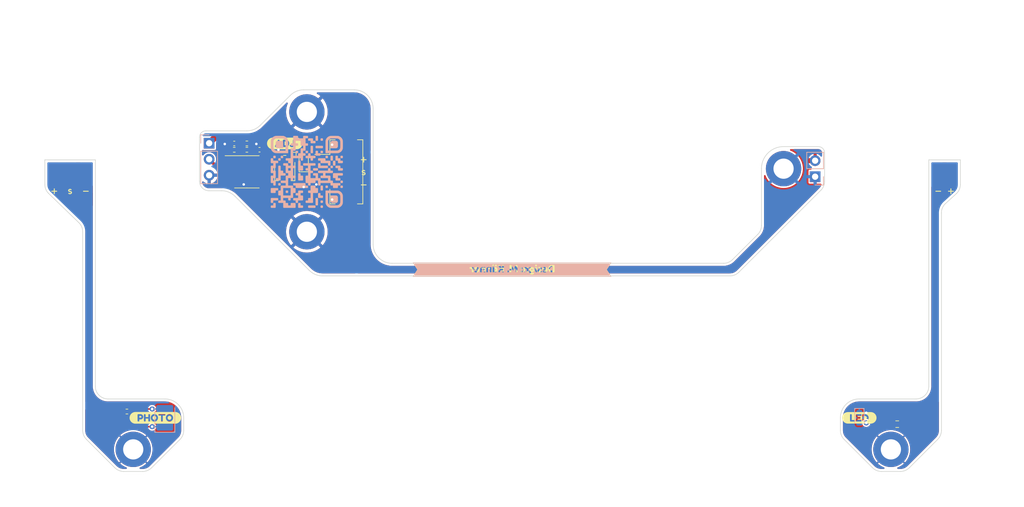
<source format=kicad_pcb>
(kicad_pcb (version 20221018) (generator pcbnew)
  (title_block (title "Verleihnix") (date "2022-10-27") (rev "2") (company "luhbots"))
  (layers (0 "F.Cu" signal) (31 "B.Cu" signal) (34 "B.Paste" user) (35 "F.Paste" user) (36 "B.SilkS" user "B.Silkscreen") (37 "F.SilkS" user "F.Silkscreen") (38 "B.Mask" user) (39 "F.Mask" user) (44 "Edge.Cuts" user))
  (net 0 "")
  (net 1 "/FILTERED")
  (net 2 "GND")
  (net 3 "/PHOTO_P")
  (net 4 "/PHOTO_SENSE")
  (net 5 "/LED_N")
  (net 6 "Net-(D2-Pad2)")
  (net 7 "/SENSE")
  (net 8 "+5V")
  (net 9 "/PHOTO_N")
  (net 10 "/OUT_3V3")
  (net 11 "/LED_P")
  (net 12 "/BUFFERED")
  (net 13 "/SIGNAL")
  (net 14 "/OUT")
  (net 15 "/SETPOINT")
  (footprint "Capacitor_SMD:C_0402_1005Metric" (layer "F.Cu") (at 110 84.5 180)
    (fp_text reference "C2" hide)
    (fp_text value "100n")
    (pad "1" smd roundrect (at -0.48 0 180) (size 0.56 0.62) (layers "F.Cu" "F.Paste" "F.Mask") (net 8 "+5V"))
    (pad "2" smd roundrect (at 0.48 0 180) (size 0.56 0.62) (layers "F.Cu" "F.Paste" "F.Mask") (net 2 "GND"))
  )
  (footprint "Resistor_SMD:R_0603_1608Metric" (layer "F.Cu") (at 211 128 180)
    (fp_text reference "R7" hide)
    (fp_text value "180R")
    (pad "1" smd roundrect (at -0.825 0 180) (size 0.8 0.95) (layers "F.Cu" "F.Paste" "F.Mask") (net 11 "/LED_P"))
    (pad "2" smd roundrect (at 0.825 0 180) (size 0.8 0.95) (layers "F.Cu" "F.Paste" "F.Mask") (net 6 "Net-(D2-Pad2)"))
  )
  (footprint "Lichtschranke:Pinheader_P2.54_01x02_Horizontal" (layer "F.Cu") (at 218.5 88.1)
    (fp_text reference "J5" hide)
    (fp_text value "Conn_01x02_Male")
    (pad "1" smd rect (at -1.27 0.2 90) (size 3.5 1.27) (layers "F.Cu" "F.Paste" "F.Mask") (net 5 "/LED_N"))
    (pad "2" smd rect (at 1.27 0.2 90) (size 3.5 1.27) (layers "F.Cu" "F.Paste" "F.Mask") (net 11 "/LED_P"))
  )
  (footprint "Resistor_SMD:R_0402_1005Metric" (layer "F.Cu") (at 106 84.5)
    (fp_text reference "R2" hide)
    (fp_text value "1k")
    (pad "1" smd roundrect (at -0.51 0) (size 0.54 0.64) (layers "F.Cu" "F.Paste" "F.Mask") (net 12 "/BUFFERED"))
    (pad "2" smd roundrect (at 0.51 0) (size 0.54 0.64) (layers "F.Cu" "F.Paste" "F.Mask") (net 1 "/FILTERED"))
  )
  (footprint "Resistor_SMD:R_0402_1005Metric" (layer "F.Cu") (at 108 83.5)
    (fp_text reference "R3" hide)
    (fp_text value "1k")
    (pad "1" smd roundrect (at -0.51 0) (size 0.54 0.64) (layers "F.Cu" "F.Paste" "F.Mask") (net 1 "/FILTERED"))
    (pad "2" smd roundrect (at 0.51 0) (size 0.54 0.64) (layers "F.Cu" "F.Paste" "F.Mask") (net 13 "/SIGNAL"))
  )
  (footprint "Lichtschranke:Pinheader_P2.54_01x03_Horizontal" (layer "F.Cu") (at 80 88.1)
    (fp_text reference "J2" hide)
    (fp_text value "Conn_01x03_Male")
    (pad "1" smd rect (at -2.54 0.2 90) (size 3.5 1.27) (layers "F.Cu" "F.Paste" "F.Mask") (net 3 "/PHOTO_P"))
    (pad "2" smd rect (at 0 0.2 90) (size 3.5 1.27) (layers "F.Cu" "F.Paste" "F.Mask") (net 4 "/PHOTO_SENSE"))
    (pad "3" smd rect (at 2.54 0.2 90) (size 3.5 1.27) (layers "F.Cu" "F.Paste" "F.Mask") (net 9 "/PHOTO_N"))
  )
  (footprint "LED_SMD:LED_0603_1608Metric" (layer "F.Cu") (at 117 86.5 90)
    (fp_text reference "D3" hide)
    (fp_text value "LED_GREEN")
    (pad "1" smd roundrect (at -0.7875 0 90) (size 0.875 0.95) (layers "F.Cu" "F.Paste" "F.Mask") (net 10 "/OUT_3V3"))
    (pad "2" smd roundrect (at 0.7875 0 90) (size 0.875 0.95) (layers "F.Cu" "F.Paste" "F.Mask") (net 14 "/OUT"))
  )
  (footprint "kibuzzard-635AD93F" (layer "F.Cu") (at 205 127)
    (fp_text reference "kibuzzard-635AD93F" hide)
    (fp_text value "G***" hide)
  )
  (footprint "kibuzzard-635AD9F8" (layer "F.Cu") (at 114 83.5)
    (fp_text reference "kibuzzard-635AD9F8" hide)
    (fp_text value "G***" hide)
  )
  (footprint "Package_SO:SOIC-8_3.9x4.9mm_P1.27mm" (layer "F.Cu") (at 108 88)
    (fp_text reference "U1" hide)
    (fp_text value "Opamp_Dual")
    (pad "1" smd roundrect (at -2.475 -1.905) (size 1.95 0.6) (layers "F.Cu" "F.Paste" "F.Mask") (net 12 "/BUFFERED"))
    (pad "2" smd roundrect (at -2.475 -0.635) (size 1.95 0.6) (layers "F.Cu" "F.Paste" "F.Mask") (net 12 "/BUFFERED"))
    (pad "3" smd roundrect (at -2.475 0.635) (size 1.95 0.6) (layers "F.Cu" "F.Paste" "F.Mask") (net 7 "/SENSE"))
    (pad "4" smd roundrect (at -2.475 1.905) (size 1.95 0.6) (layers "F.Cu" "F.Paste" "F.Mask") (net 2 "GND"))
    (pad "5" smd roundrect (at 2.475 1.905) (size 1.95 0.6) (layers "F.Cu" "F.Paste" "F.Mask") (net 13 "/SIGNAL"))
    (pad "6" smd roundrect (at 2.475 0.635) (size 1.95 0.6) (layers "F.Cu" "F.Paste" "F.Mask") (net 15 "/SETPOINT"))
    (pad "7" smd roundrect (at 2.475 -0.635) (size 1.95 0.6) (layers "F.Cu" "F.Paste" "F.Mask") (net 14 "/OUT"))
    (pad "8" smd roundrect (at 2.475 -1.905) (size 1.95 0.6) (layers "F.Cu" "F.Paste" "F.Mask") (net 8 "+5V"))
  )
  (footprint "Connector_JST:JST_PH_B3B-PH-SM4-TB_1x03-1MP_P2.00mm_Vertical" (layer "F.Cu") (at 122 88 -90)
    (fp_text reference "J3" hide)
    (fp_text value "Conn_01x03_MountingPin")
    (pad "1" smd roundrect (at -2 0.5 270) (size 1 5.5) (layers "F.Cu" "F.Paste" "F.Mask") (net 8 "+5V"))
    (pad "2" smd roundrect (at 0 0.5 270) (size 1 5.5) (layers "F.Cu" "F.Paste" "F.Mask") (net 10 "/OUT_3V3"))
    (pad "3" smd roundrect (at 2 0.5 270) (size 1 5.5) (layers "F.Cu" "F.Paste" "F.Mask") (net 2 "GND"))
    (pad "MP" smd roundrect (at -4.4 -1.75 270) (size 1.6 3) (layers "F.Cu" "F.Paste" "F.Mask") (roundrect_rratio 0.15625) (net 2 "GND"))
    (pad "MP" smd roundrect (at 4.4 -1.75 270) (size 1.6 3) (layers "F.Cu" "F.Paste" "F.Mask") (roundrect_rratio 0.15625) (net 2 "GND"))
  )
  (footprint "MountingHole:MountingHole_3.2mm_M3_DIN965_Pad" (layer "F.Cu") (at 193 87.5)
    (fp_text reference "H3" hide)
    (fp_text value "MountingHole_Pad")
    (pad "1" thru_hole circle (at 0 0) (size 5.6 5.6) (drill 3.2) (layers "*.Cu" "*.Mask") (net 2 "GND"))
  )
  (footprint "kibuzzard-635AD94A" (layer "F.Cu") (at 93.5 127)
    (fp_text reference "kibuzzard-635AD94A" hide)
    (fp_text value "G***" hide)
  )
  (footprint "Resistor_SMD:R_0402_1005Metric" (layer "F.Cu") (at 117 89 90)
    (fp_text reference "R6" hide)
    (fp_text value "22k")
    (pad "1" smd roundrect (at -0.51 0 90) (size 0.54 0.64) (layers "F.Cu" "F.Paste" "F.Mask") (net 2 "GND"))
    (pad "2" smd roundrect (at 0.51 0 90) (size 0.54 0.64) (layers "F.Cu" "F.Paste" "F.Mask") (net 10 "/OUT_3V3"))
  )
  (footprint "kibuzzard-63F3637C" (layer "F.Cu") (at 150 103.5)
    (fp_text reference "kibuzzard-63F3637C" hide)
    (fp_text value "G***" hide)
  )
  (footprint "MountingHole:MountingHole_3.2mm_M3_DIN965_Pad" (layer "F.Cu") (at 117.5 97.5)
    (fp_text reference "H4" hide)
    (fp_text value "MountingHole_Pad")
    (pad "1" thru_hole circle (at 0 0) (size 5.6 5.6) (drill 3.2) (layers "*.Cu" "*.Mask") (net 2 "GND"))
  )
  (footprint "Capacitor_SMD:C_0402_1005Metric" (layer "F.Cu") (at 106 83.5 180)
    (fp_text reference "C1" hide)
    (fp_text value "100n")
    (pad "1" smd roundrect (at -0.48 0 180) (size 0.56 0.62) (layers "F.Cu" "F.Paste" "F.Mask") (net 1 "/FILTERED"))
    (pad "2" smd roundrect (at 0.48 0 180) (size 0.56 0.62) (layers "F.Cu" "F.Paste" "F.Mask") (net 2 "GND"))
  )
  (footprint "MountingHole:MountingHole_3.2mm_M3_DIN965_Pad" (layer "F.Cu") (at 117.5 78.5)
    (fp_text reference "H2" hide)
    (fp_text value "MountingHole_Pad")
    (pad "1" thru_hole circle (at 0 0) (size 5.6 5.6) (drill 3.2) (layers "*.Cu" "*.Mask") (net 2 "GND"))
  )
  (footprint "Resistor_SMD:R_0402_1005Metric" (layer "F.Cu") (at 108 84.5)
    (fp_text reference "R4" hide)
    (fp_text value "100k")
    (pad "1" smd roundrect (at -0.51 0) (size 0.54 0.64) (layers "F.Cu" "F.Paste" "F.Mask") (net 13 "/SIGNAL"))
    (pad "2" smd roundrect (at 0.51 0) (size 0.54 0.64) (layers "F.Cu" "F.Paste" "F.Mask") (net 14 "/OUT"))
  )
  (footprint "Potentiometer_SMD:Potentiometer_Bourns_TC33X_Vertical" (layer "F.Cu") (at 114 87.5 -90)
    (fp_text reference "RV1" hide)
    (fp_text value "TC33X-2-103E")
    (pad "1" smd rect (at -1.8 -1 270) (size 1.2 1.2) (layers "F.Cu" "F.Paste" "F.Mask") (net 8 "+5V"))
    (pad "2" smd rect (at 1.45 0 270) (size 1.5 1.6) (layers "F.Cu" "F.Paste" "F.Mask") (net 15 "/SETPOINT"))
    (pad "3" smd rect (at -1.8 1 270) (size 1.2 1.2) (layers "F.Cu" "F.Paste" "F.Mask") (net 2 "GND"))
  )
  (footprint "Resistor_SMD:R_0402_1005Metric" (layer "F.Cu") (at 89 126)
    (fp_text reference "R1" hide)
    (fp_text value "10M")
    (pad "1" smd roundrect (at -0.51 0) (size 0.54 0.64) (layers "F.Cu" "F.Paste" "F.Mask") (net 9 "/PHOTO_N"))
    (pad "2" smd roundrect (at 0.51 0) (size 0.54 0.64) (layers "F.Cu" "F.Paste" "F.Mask") (net 4 "/PHOTO_SENSE"))
  )
  (footprint "MountingHole:MountingHole_3.2mm_M3_DIN965_Pad" (layer "F.Cu") (at 90 132)
    (fp_text reference "H1" hide)
    (fp_text value "MountingHole_Pad")
    (pad "1" thru_hole circle (at 0 0) (size 5.6 5.6) (drill 3.2) (layers "*.Cu" "*.Mask") (net 9 "/PHOTO_N"))
  )
  (footprint "MountingHole:MountingHole_3.2mm_M3_DIN965_Pad" (layer "F.Cu") (at 210 132)
    (fp_text reference "H5" hide)
    (fp_text value "MountingHole_Pad")
    (pad "1" thru_hole circle (at 0 0) (size 5.6 5.6) (drill 3.2) (layers "*.Cu" "*.Mask") (net 5 "/LED_N"))
  )
  (footprint "kibuzzard-635AE38B" (layer "B.Cu") (at 150 103.5 180)
    (fp_text reference "kibuzzard-635AE38B" hide)
    (fp_text value "G***" hide)
  )
  (footprint "LED_SMD:LED_1210_3225Metric" (layer "B.Cu") (at 95 127 90)
    (fp_text reference "D1" hide)
    (fp_text value "B15P1PD--H9B000113U1930")
    (pad "1" smd roundrect (at -1.4 0 90) (size 1.25 2.65) (layers "B.Cu" "B.Paste" "B.Mask") (roundrect_rratio 0.2) (net 3 "/PHOTO_P"))
    (pad "2" smd roundrect (at 1.4 0 90) (size 1.25 2.65) (layers "B.Cu" "B.Paste" "B.Mask") (roundrect_rratio 0.2) (net 4 "/PHOTO_SENSE"))
  )
  (footprint "Connector_PinSocket_2.54mm:PinSocket_1x03_P2.54mm_Vertical" (layer "B.Cu") (at 102.025 83.46 180)
    (fp_text reference "J1" hide)
    (fp_text value "Conn_01x03_Female")
    (pad "1" thru_hole rect (at 0 0 180) (size 1.7 1.7) (drill 1) (layers "*.Cu" "*.Mask") (net 8 "+5V"))
    (pad "2" thru_hole oval (at 0 -2.54 180) (size 1.7 1.7) (drill 1) (layers "*.Cu" "*.Mask") (net 7 "/SENSE"))
    (pad "3" thru_hole oval (at 0 -5.08 180) (size 1.7 1.7) (drill 1) (layers "*.Cu" "*.Mask") (net 2 "GND"))
  )
  (footprint "LED_SMD:LED_0603_1608Metric" (layer "B.Cu") (at 205 127 -90)
    (fp_text reference "D2" hide)
    (fp_text value "APT1608F3C")
    (pad "1" smd roundrect (at -0.7875 0 270) (size 0.875 0.95) (layers "B.Cu" "B.Paste" "B.Mask") (net 5 "/LED_N"))
    (pad "2" smd roundrect (at 0.7875 0 270) (size 0.875 0.95) (layers "B.Cu" "B.Paste" "B.Mask") (net 6 "Net-(D2-Pad2)"))
  )
  (footprint "LOGO" (layer "B.Cu") (at 117.5 88 180)
    (fp_text reference "G***" hide)
    (fp_text value "LOGO" hide)
  )
  (footprint "Connector_PinSocket_2.54mm:PinSocket_1x02_P2.54mm_Vertical" (layer "B.Cu") (at 198 87.5)
    (fp_text reference "J4" hide)
    (fp_text value "Conn_01x02_Female")
    (pad "1" thru_hole rect (at 0 1.27) (size 1.7 1.7) (drill 1) (layers "*.Cu" "*.Mask") (net 2 "GND"))
    (pad "2" thru_hole oval (at 0 -1.27) (size 1.7 1.7) (drill 1) (layers "*.Cu" "*.Mask") (net 8 "+5V"))
  )
  (gr_line (start 100.5 82.5) (end 100.5 89.5) (stroke (width 0.1)) (layer "Edge.Cuts"))
  (gr_arc (start 199.5 89.5) (mid 199.347759 90.265367) (end 198.914214 90.914214) (stroke (width 0.1)) (layer "Edge.Cuts"))
  (gr_arc (start 185.914214 103.914214) (mid 185.265367 104.34776) (end 184.5 104.5) (stroke (width 0.1)) (layer "Edge.Cuts"))
  (gr_arc (start 202 127) (mid 202.87868 124.87868) (end 205 124) (stroke (width 0.1)) (layer "Edge.Cuts"))
  (gr_line (start 108 81.499999) (end 101.5 81.5) (stroke (width 0.1)) (layer "Edge.Cuts"))
  (gr_arc (start 76.585786 91.414214) (mid 76.15224 90.765367) (end 76 90) (stroke (width 0.1)) (layer "Edge.Cuts"))
  (gr_line (start 98 129) (end 98 127) (stroke (width 0.1)) (layer "Edge.Cuts"))
  (gr_arc (start 92.914214 134.914214) (mid 92.265367 135.34776) (end 91.5 135.5) (stroke (width 0.1)) (layer "Edge.Cuts"))
  (gr_arc (start 98 129) (mid 97.847759 129.765367) (end 97.414214 130.414214) (stroke (width 0.1)) (layer "Edge.Cuts"))
  (gr_arc (start 120 104.5) (mid 118.85195 104.271639) (end 117.87868 103.62132) (stroke (width 0.1)) (layer "Edge.Cuts"))
  (gr_arc (start 86 124) (mid 84.585786 123.414214) (end 84 122) (stroke (width 0.1)) (layer "Edge.Cuts"))
  (gr_line (start 128 99.5) (end 128 78) (stroke (width 0.1)) (layer "Edge.Cuts"))
  (gr_arc (start 184.914214 101.914214) (mid 184.265367 102.34776) (end 183.5 102.5) (stroke (width 0.1)) (layer "Edge.Cuts"))
  (gr_line (start 189.5 96.5) (end 189.5 87.5) (stroke (width 0.1)) (layer "Edge.Cuts"))
  (gr_arc (start 104 91) (mid 105.14805 91.228361) (end 106.12132 91.87868) (stroke (width 0.1)) (layer "Edge.Cuts"))
  (gr_line (start 185.914214 103.914214) (end 198.914214 90.914214) (stroke (width 0.1)) (layer "Edge.Cuts"))
  (gr_line (start 87.085786 134.914214) (end 82.585786 130.414214) (stroke (width 0.1)) (layer "Edge.Cuts"))
  (gr_line (start 125 75) (end 117 75.000001) (stroke (width 0.1)) (layer "Edge.Cuts"))
  (gr_line (start 198.5 84) (end 193 84) (stroke (width 0.1)) (layer "Edge.Cuts"))
  (gr_line (start 218 129) (end 218 94.5) (stroke (width 0.1)) (layer "Edge.Cuts"))
  (gr_arc (start 110.12132 80.62132) (mid 109.14805 81.271638) (end 108 81.499999) (stroke (width 0.1)) (layer "Edge.Cuts"))
  (gr_line (start 84 122) (end 84 86.1) (stroke (width 0.1)) (layer "Edge.Cuts"))
  (gr_line (start 202 129) (end 202 127) (stroke (width 0.1)) (layer "Edge.Cuts"))
  (gr_arc (start 100.5 82.5) (mid 100.792893 81.792893) (end 101.5 81.5) (stroke (width 0.1)) (layer "Edge.Cuts"))
  (gr_line (start 205 124) (end 214 124) (stroke (width 0.1)) (layer "Edge.Cuts"))
  (gr_arc (start 218 94.5) (mid 218.152241 93.734633) (end 218.585786 93.085786) (stroke (width 0.1)) (layer "Edge.Cuts"))
  (gr_line (start 183.5 102.5) (end 131 102.5) (stroke (width 0.1)) (layer "Edge.Cuts"))
  (gr_line (start 76 86.1) (end 76 90) (stroke (width 0.1)) (layer "Edge.Cuts"))
  (gr_line (start 211.5 135.5) (end 208.5 135.5) (stroke (width 0.1)) (layer "Edge.Cuts"))
  (gr_line (start 88.5 135.5) (end 91.5 135.5) (stroke (width 0.1)) (layer "Edge.Cuts"))
  (gr_arc (start 131 102.5) (mid 128.87868 101.62132) (end 128 99.5) (stroke (width 0.1)) (layer "Edge.Cuts"))
  (gr_line (start 106.12132 91.87868) (end 117.87868 103.62132) (stroke (width 0.1)) (layer "Edge.Cuts"))
  (gr_arc (start 88.5 135.5) (mid 87.734633 135.347759) (end 87.085786 134.914214) (stroke (width 0.1)) (layer "Edge.Cuts"))
  (gr_line (start 84 86.1) (end 76 86.1) (stroke (width 0.1)) (layer "Edge.Cuts"))
  (gr_arc (start 212.914214 134.914214) (mid 212.265367 135.34776) (end 211.5 135.5) (stroke (width 0.1)) (layer "Edge.Cuts"))
  (gr_arc (start 218 129) (mid 217.847759 129.765367) (end 217.414214 130.414214) (stroke (width 0.1)) (layer "Edge.Cuts"))
  (gr_arc (start 95 124) (mid 97.12132 124.87868) (end 98 127) (stroke (width 0.1)) (layer "Edge.Cuts"))
  (gr_arc (start 82.585786 130.414214) (mid 82.15224 129.765367) (end 82 129) (stroke (width 0.1)) (layer "Edge.Cuts"))
  (gr_line (start 120 104.5) (end 184.5 104.5) (stroke (width 0.1)) (layer "Edge.Cuts"))
  (gr_arc (start 198.5 84) (mid 199.207107 84.292893) (end 199.5 85) (stroke (width 0.1)) (layer "Edge.Cuts"))
  (gr_arc (start 221 90) (mid 220.847759 90.765367) (end 220.414214 91.414214) (stroke (width 0.1)) (layer "Edge.Cuts"))
  (gr_line (start 188.914214 97.914214) (end 184.914214 101.914214) (stroke (width 0.1)) (layer "Edge.Cuts"))
  (gr_line (start 95 124) (end 86 124) (stroke (width 0.1)) (layer "Edge.Cuts"))
  (gr_line (start 220.414214 91.414214) (end 218.585786 93.085786) (stroke (width 0.1)) (layer "Edge.Cuts"))
  (gr_line (start 217.414214 130.414214) (end 212.914214 134.914214) (stroke (width 0.1)) (layer "Edge.Cuts"))
  (gr_line (start 207.085786 134.914214) (end 202.585786 130.414214) (stroke (width 0.1)) (layer "Edge.Cuts"))
  (gr_line (start 216 122) (end 216 86.1) (stroke (width 0.1)) (layer "Edge.Cuts"))
  (gr_line (start 199.5 89.5) (end 199.5 85) (stroke (width 0.1)) (layer "Edge.Cuts"))
  (gr_line (start 221 86.1) (end 216 86.1) (stroke (width 0.1)) (layer "Edge.Cuts"))
  (gr_line (start 221 86.1) (end 221 90) (stroke (width 0.1)) (layer "Edge.Cuts"))
  (gr_arc (start 216 122) (mid 215.414214 123.414214) (end 214 124) (stroke (width 0.1)) (layer "Edge.Cuts"))
  (gr_arc (start 189.5 87.5) (mid 190.525126 85.025126) (end 193 84) (stroke (width 0.1)) (layer "Edge.Cuts"))
  (gr_arc (start 208.5 135.5) (mid 207.734633 135.347759) (end 207.085786 134.914214) (stroke (width 0.1)) (layer "Edge.Cuts"))
  (gr_arc (start 125 75) (mid 127.12132 75.87868) (end 128 78) (stroke (width 0.1)) (layer "Edge.Cuts"))
  (gr_line (start 102 91) (end 104 91) (stroke (width 0.1)) (layer "Edge.Cuts"))
  (gr_arc (start 81.414214 96.085786) (mid 81.84776 96.734633) (end 82 97.5) (stroke (width 0.1)) (layer "Edge.Cuts"))
  (gr_arc (start 202.585786 130.414214) (mid 202.15224 129.765367) (end 202 129) (stroke (width 0.1)) (layer "Edge.Cuts"))
  (gr_line (start 92.914214 134.914214) (end 97.414214 130.414214) (stroke (width 0.1)) (layer "Edge.Cuts"))
  (gr_arc (start 189.5 96.5) (mid 189.347759 97.265367) (end 188.914214 97.914214) (stroke (width 0.1)) (layer "Edge.Cuts"))
  (gr_arc (start 102 91) (mid 100.93934 90.56066) (end 100.5 89.5) (stroke (width 0.1)) (layer "Edge.Cuts"))
  (gr_line (start 76.585786 91.414214) (end 81.414214 96.085786) (stroke (width 0.1)) (layer "Edge.Cuts"))
  (gr_line (start 114.87868 75.87868) (end 110.12132 80.62132) (stroke (width 0.1)) (layer "Edge.Cuts"))
  (gr_arc (start 114.87868 75.87868) (mid 115.85195 75.228362) (end 117 75.000001) (stroke (width 0.1)) (layer "Edge.Cuts"))
  (gr_line (start 82 129) (end 82 97.5) (stroke (width 0.1)) (layer "Edge.Cuts"))
  (gr_text "+" (at 126.5 86) (layer "F.SilkS") (effects (font (size 1 1))))
  (gr_text "+" (at 77.5 91) (layer "F.SilkS") (effects (font (size 1 1))))
  (gr_text "s" (at 80 91) (layer "F.SilkS") (effects (font (size 1 1))))
  (gr_text "s" (at 126.5 88) (layer "F.SilkS") (effects (font (size 1 1))))
  (gr_text "-" (at 126.5 90) (layer "F.SilkS") (effects (font (size 1 1))))
  (gr_text "+" (at 219.5 91) (layer "F.SilkS") (effects (font (size 1 1))))
  (gr_text "-" (at 82.5 91) (layer "F.SilkS") (effects (font (size 1 1))))
  (gr_text "-" (at 217.5 91) (layer "F.SilkS") (effects (font (size 1 1))))
  (segment (start 107.49 83.5) (end 106.48 83.5) (width 0.5) (layer "F.Cu") (net 1))
  (segment (start 106.51 84.5) (end 106.51 83.53) (width 0.5) (layer "F.Cu") (net 1))
  (segment (start 106.51 83.53) (end 106.48 83.5) (width 0.5) (layer "F.Cu") (net 1))
  (segment (start 113 85.7) (end 113 84.5) (width 0.5) (layer "F.Cu") (net 2))
  (segment (start 117 89.51) (end 117 90.4) (width 0.6) (layer "F.Cu") (net 2))
  (segment (start 105.52 83.5) (end 104.5895 83.5) (width 0.5) (layer "F.Cu") (net 2))
  (segment (start 109.52 83.5995) (end 109.5 83.5795) (width 0.5) (layer "F.Cu") (net 2))
  (segment (start 109.52 84.5) (end 109.52 83.5995) (width 0.5) (layer "F.Cu") (net 2))
  (segment (start 105.525 89.905) (end 107.405 89.905) (width 0.5) (layer "F.Cu") (net 2))
  (segment (start 107.405 89.905) (end 107.5 90) (width 0.5) (layer "F.Cu") (net 2))
  (segment (start 122.5 90) (end 119 90) (width 1) (layer "F.Cu") (net 2))
  (segment (start 104.5895 83.5) (end 104.5 83.5895) (width 0.5) (layer "F.Cu") (net 2))
  (via (at 107.5 90) (size 0.8) (drill 0.4) (layers "F.Cu" "B.Cu") (net 2))
  (via (at 117 90.4) (size 0.8) (drill 0.4) (layers "F.Cu" "B.Cu") (net 2))
  (via (at 109.5 83.5795) (size 0.8) (drill 0.4) (layers "F.Cu" "B.Cu") (net 2))
  (via (at 119 90) (size 0.8) (drill 0.4) (layers "F.Cu" "B.Cu") (net 2))
  (via (at 104.5 83.5895) (size 0.8) (drill 0.4) (layers "F.Cu" "B.Cu") (net 2))
  (via (at 121.5 92.4) (size 0.8) (drill 0.4) (layers "F.Cu" "B.Cu") (net 2))
  (via (at 121.5 83.7) (size 0.8) (drill 0.4) (layers "F.Cu" "B.Cu") (net 2))
  (via (at 113 84.5) (size 0.8) (drill 0.4) (layers "F.Cu" "B.Cu") (net 2))
  (segment (start 82.55 95.55) (end 77.46 90.46) (width 0.25) (layer "F.Cu") (net 3))
  (segment (start 82.575 124.411396) (end 82.55 124.386396) (width 0.25) (layer "F.Cu") (net 3))
  (segment (start 93 128.4) (end 85.9 128.4) (width 0.25) (layer "F.Cu") (net 3))
  (segment (start 85.9 128.4) (end 82.575 125.075) (width 0.25) (layer "F.Cu") (net 3))
  (segment (start 82.55 124.386396) (end 82.55 95.55) (width 0.25) (layer "F.Cu") (net 3))
  (segment (start 82.575 125.075) (end 82.575 124.411396) (width 0.25) (layer "F.Cu") (net 3))
  (segment (start 77.46 90.46) (end 77.46 88.3) (width 0.25) (layer "F.Cu") (net 3))
  (via (at 93 128.4) (size 0.8) (drill 0.4) (layers "F.Cu" "B.Cu") (net 3))
  (segment (start 95 128.4) (end 93 128.4) (width 0.25) (layer "B.Cu") (net 3))
  (segment (start 89.91 125.6) (end 89.51 126) (width 0.25) (layer "F.Cu") (net 4))
  (segment (start 83 124.2) (end 83 93.5) (width 0.25) (layer "F.Cu") (net 4))
  (segment (start 93 125.6) (end 89.91 125.6) (width 0.25) (layer "F.Cu") (net 4))
  (segment (start 88.31 127.2) (end 86 127.2) (width 0.25) (layer "F.Cu") (net 4))
  (segment (start 86 127.2) (end 83 124.2) (width 0.25) (layer "F.Cu") (net 4))
  (segment (start 89.51 126) (end 88.31 127.2) (width 0.25) (layer "F.Cu") (net 4))
  (segment (start 80 90.5) (end 80 88.3) (width 0.25) (layer "F.Cu") (net 4))
  (segment (start 83 93.5) (end 80 90.5) (width 0.25) (layer "F.Cu") (net 4))
  (via (at 93 125.6) (size 0.8) (drill 0.4) (layers "F.Cu" "B.Cu") (net 4))
  (segment (start 95 125.6) (end 93 125.6) (width 0.25) (layer "B.Cu") (net 4))
  (segment (start 217.23 90.77) (end 216.7 91.3) (width 0.25) (layer "F.Cu") (net 5))
  (segment (start 217.23 88.3) (end 217.23 90.77) (width 0.25) (layer "F.Cu") (net 5))
  (segment (start 216.7 91.3) (end 216.7 123.4) (width 0.25) (layer "F.Cu") (net 5))
  (segment (start 213.9 126.2) (end 206.1 126.2) (width 0.25) (layer "F.Cu") (net 5))
  (segment (start 216.7 123.4) (end 213.9 126.2) (width 0.25) (layer "F.Cu") (net 5))
  (via (at 206.1 126.2) (size 0.8) (drill 0.4) (layers "F.Cu" "B.Cu") (net 5))
  (segment (start 205 126.2125) (end 206.0875 126.2125) (width 0.25) (layer "B.Cu") (net 5))
  (segment (start 206.0875 126.2125) (end 206.1 126.2) (width 0.25) (layer "B.Cu") (net 5))
  (segment (start 209.975 127.8) (end 210.175 128) (width 0.25) (layer "F.Cu") (net 6))
  (segment (start 206.1 127.8) (end 209.975 127.8) (width 0.25) (layer "F.Cu") (net 6))
  (via (at 206.1 127.8) (size 0.8) (drill 0.4) (layers "F.Cu" "B.Cu") (net 6))
  (segment (start 206.0875 127.7875) (end 206.1 127.8) (width 0.25) (layer "B.Cu") (net 6))
  (segment (start 205 127.7875) (end 206.0875 127.7875) (width 0.25) (layer "B.Cu") (net 6))
  (segment (start 105.525 88.635) (end 104.66 88.635) (width 0.5) (layer "F.Cu") (net 7))
  (segment (start 104.66 88.635) (end 102.025 86) (width 0.5) (layer "F.Cu") (net 7))
  (segment (start 127 101.7) (end 128.8 103.5) (width 0.8) (layer "F.Cu") (net 8))
  (segment (start 116.95 83.85) (end 119.1 86) (width 1) (layer "F.Cu") (net 8))
  (segment (start 115 85.7) (end 116.85 83.85) (width 1) (layer "F.Cu") (net 8))
  (segment (start 121.5 86) (end 125.7 86) (width 0.8) (layer "F.Cu") (net 8))
  (segment (start 110.48 82.48) (end 115.58 82.48) (width 1) (layer "F.Cu") (net 8))
  (segment (start 125.7 86) (end 127 87.3) (width 0.8) (layer "F.Cu") (net 8))
  (segment (start 110.48 86.09) (end 110.475 86.095) (width 0.5) (layer "F.Cu") (net 8))
  (segment (start 110.48 84.5) (end 110.48 86.09) (width 0.5) (layer "F.Cu") (net 8))
  (segment (start 115.58 82.48) (end 116.95 83.85) (width 1) (layer "F.Cu") (net 8))
  (segment (start 119.1 86) (end 121.5 86) (width 1) (layer "F.Cu") (net 8))
  (segment (start 196.55 91.75) (end 196.55 86.477919) (width 0.8) (layer "F.Cu") (net 8))
  (segment (start 106.5 82.49) (end 106.51 82.48) (width 1) (layer "F.Cu") (net 8))
  (segment (start 128.8 103.5) (end 184.8 103.5) (width 0.8) (layer "F.Cu") (net 8))
  (segment (start 116.85 83.85) (end 116.95 83.85) (width 1) (layer "F.Cu") (net 8))
  (segment (start 106.51 82.48) (end 110.48 82.48) (width 1) (layer "F.Cu") (net 8))
  (segment (start 102.025 83.46) (end 102.995 82.49) (width 1) (layer "F.Cu") (net 8))
  (segment (start 110.48 84.5) (end 110.48 82.48) (width 0.5) (layer "F.Cu") (net 8))
  (segment (start 184.8 103.5) (end 196.55 91.75) (width 0.8) (layer "F.Cu") (net 8))
  (segment (start 102.995 82.49) (end 106.5 82.49) (width 1) (layer "F.Cu") (net 8))
  (segment (start 196.55 86.477919) (end 196.797919 86.23) (width 0.8) (layer "F.Cu") (net 8))
  (segment (start 127 87.3) (end 127 101.7) (width 0.8) (layer "F.Cu") (net 8))
  (segment (start 196.797919 86.23) (end 198 86.23) (width 0.8) (layer "F.Cu") (net 8))
  (segment (start 86 126) (end 88.49 126) (width 0.25) (layer "F.Cu") (net 9))
  (segment (start 82.54 90.54) (end 83.45 91.45) (width 0.25) (layer "F.Cu") (net 9))
  (segment (start 82.54 88.3) (end 82.54 90.54) (width 0.25) (layer "F.Cu") (net 9))
  (segment (start 83.45 91.45) (end 83.45 123.45) (width 0.25) (layer "F.Cu") (net 9))
  (segment (start 83.45 123.45) (end 86 126) (width 0.25) (layer "F.Cu") (net 9))
  (segment (start 117 88.49) (end 117 88.1) (width 0.6) (layer "F.Cu") (net 10))
  (segment (start 117.1 88) (end 117 88.1) (width 0.6) (layer "F.Cu") (net 10))
  (segment (start 117 88.1) (end 117 87.2875) (width 0.6) (layer "F.Cu") (net 10))
  (segment (start 121.5 88) (end 117.1 88) (width 0.6) (layer "F.Cu") (net 10))
  (segment (start 211.825 128) (end 213.3 128) (width 0.25) (layer "F.Cu") (net 11))
  (segment (start 217.3 93.2) (end 219.77 90.73) (width 0.25) (layer "F.Cu") (net 11))
  (segment (start 217.3 124) (end 217.3 93.2) (width 0.25) (layer "F.Cu") (net 11))
  (segment (start 219.77 90.73) (end 219.77 88.3) (width 0.25) (layer "F.Cu") (net 11))
  (segment (start 213.3 128) (end 217.3 124) (width 0.25) (layer "F.Cu") (net 11))
  (segment (start 105.525 87.365) (end 105.525 86.095) (width 0.5) (layer "F.Cu") (net 12))
  (segment (start 105.49 86.06) (end 105.525 86.095) (width 0.5) (layer "F.Cu") (net 12))
  (segment (start 105.49 84.5) (end 105.49 86.06) (width 0.5) (layer "F.Cu") (net 12))
  (segment (start 107.49 87.99) (end 109.405 89.905) (width 0.5) (layer "F.Cu") (net 13))
  (segment (start 108.49 83.5) (end 107.49 84.5) (width 0.25) (layer "F.Cu") (net 13))
  (segment (start 109.405 89.905) (end 110.475 89.905) (width 0.5) (layer "F.Cu") (net 13))
  (segment (start 107.49 84.5) (end 107.49 87.99) (width 0.5) (layer "F.Cu") (net 13))
  (segment (start 108.51 83.5) (end 108.49 83.5) (width 0.25) (layer "F.Cu") (net 13))
  (segment (start 110.475 87.365) (end 115.3475 87.365) (width 0.5) (layer "F.Cu") (net 14))
  (segment (start 108.51 86.231764) (end 108.51 84.5) (width 0.5) (layer "F.Cu") (net 14))
  (segment (start 109.643236 87.365) (end 108.51 86.231764) (width 0.5) (layer "F.Cu") (net 14))
  (segment (start 110.475 87.365) (end 109.643236 87.365) (width 0.5) (layer "F.Cu") (net 14))
  (segment (start 115.3475 87.365) (end 117 85.7125) (width 0.5) (layer "F.Cu") (net 14))
  (segment (start 110.475 88.635) (end 113.685 88.635) (width 0.6) (layer "F.Cu") (net 15))
  (segment (start 113.685 88.635) (end 114 88.95) (width 0.6) (layer "F.Cu") (net 15))
  (zone (net 8) (net_name "+5V") (layer "F.Cu") (priority 10) (connect_pads (clearance 0.254)) (min_thickness 0.254) (fill yes (thermal_gap 0.5) (thermal_bridge_width 0.5))
    (polygon (pts (xy 200 105) (xy 125.5 105) (xy 125.5 87) (xy 119.5 87) (xy 119.5 85) (xy 189 85) (xy 189 83) (xy 200 83)))
  )
  (zone (net 9) (net_name "/PHOTO_N") (layers "F&B.Cu") (connect_pads (clearance 0.254)) (min_thickness 0.254) (fill yes (thermal_gap 0.254) (thermal_bridge_width 0.254))
    (polygon (pts (xy 85 123) (xy 99 123) (xy 99 136) (xy 81 136) (xy 81 97.5) (xy 75 91.5) (xy 75 85) (xy 85 85)))
  )
  (zone (net 2) (net_name "GND") (layers "F&B.Cu") (connect_pads (clearance 0.254)) (min_thickness 0.254) (fill yes (thermal_gap 0.5) (thermal_bridge_width 0.5))
    (polygon (pts (xy 201 106) (xy 99 106) (xy 99 74) (xy 201 74)))
  )
  (zone (net 5) (net_name "/LED_N") (layers "F&B.Cu") (connect_pads (clearance 0.254)) (min_thickness 0.254) (fill yes (thermal_gap 0.254) (thermal_bridge_width 0.254))
    (polygon (pts (xy 222 91.5) (xy 219 94.5) (xy 219 136) (xy 201 136) (xy 201 123) (xy 215 123) (xy 215 85) (xy 222 85)))
  )
)
</source>
